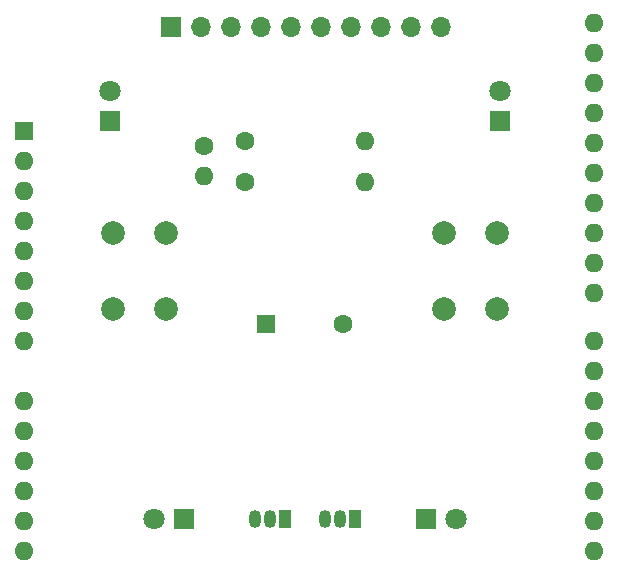
<source format=gbr>
%TF.GenerationSoftware,KiCad,Pcbnew,(6.0.10)*%
%TF.CreationDate,2023-08-29T00:03:06+02:00*%
%TF.ProjectId,Rentree ARES,52656e74-7265-4652-9041-5245532e6b69,rev?*%
%TF.SameCoordinates,Original*%
%TF.FileFunction,Soldermask,Bot*%
%TF.FilePolarity,Negative*%
%FSLAX46Y46*%
G04 Gerber Fmt 4.6, Leading zero omitted, Abs format (unit mm)*
G04 Created by KiCad (PCBNEW (6.0.10)) date 2023-08-29 00:03:06*
%MOMM*%
%LPD*%
G01*
G04 APERTURE LIST*
%ADD10C,1.600000*%
%ADD11O,1.600000X1.600000*%
%ADD12R,1.600000X1.600000*%
%ADD13C,1.800000*%
%ADD14R,1.800000X1.800000*%
%ADD15R,1.700000X1.700000*%
%ADD16O,1.700000X1.700000*%
%ADD17C,2.000000*%
%ADD18O,1.050000X1.500000*%
%ADD19R,1.050000X1.500000*%
G04 APERTURE END LIST*
D10*
%TO.C,R2*%
X119920000Y-99440000D03*
D11*
X130080000Y-99440000D03*
%TD*%
%TO.C,A1*%
X149500000Y-86000000D03*
X149500000Y-88540000D03*
X149500000Y-91080000D03*
X149500000Y-93620000D03*
X149500000Y-96160000D03*
X149500000Y-98700000D03*
X149500000Y-101240000D03*
X149500000Y-103780000D03*
X149500000Y-106320000D03*
X149500000Y-108860000D03*
X149500000Y-112920000D03*
X149500000Y-115460000D03*
X149500000Y-118000000D03*
X149500000Y-120540000D03*
X149500000Y-123080000D03*
X149500000Y-125620000D03*
X149500000Y-128160000D03*
X149500000Y-130700000D03*
X101240000Y-130700000D03*
X101240000Y-128160000D03*
X101240000Y-125620000D03*
X101240000Y-123080000D03*
X101240000Y-120540000D03*
X101240000Y-118000000D03*
X101240000Y-112920000D03*
X101240000Y-110380000D03*
X101240000Y-107840000D03*
X101240000Y-105300000D03*
X101240000Y-102760000D03*
X101240000Y-100220000D03*
X101240000Y-97680000D03*
D12*
X101240000Y-95140000D03*
%TD*%
D13*
%TO.C,D1*%
X112210000Y-128000000D03*
D14*
X114750000Y-128000000D03*
%TD*%
D13*
%TO.C,D2*%
X137790000Y-128000000D03*
D14*
X135250000Y-128000000D03*
%TD*%
%TO.C,D3*%
X108500000Y-94275000D03*
D13*
X108500000Y-91735000D03*
%TD*%
D14*
%TO.C,D4*%
X141500000Y-94275000D03*
D13*
X141500000Y-91735000D03*
%TD*%
D15*
%TO.C,J1*%
X113655000Y-86375000D03*
D16*
X116195000Y-86375000D03*
X118735000Y-86375000D03*
X121275000Y-86375000D03*
X123815000Y-86375000D03*
X126355000Y-86375000D03*
X128895000Y-86375000D03*
X131435000Y-86375000D03*
X133975000Y-86375000D03*
X136515000Y-86375000D03*
%TD*%
D12*
%TO.C,LS1*%
X121750000Y-111500000D03*
D10*
X128250000Y-111500000D03*
%TD*%
D11*
%TO.C,R1*%
X116500000Y-98975000D03*
D10*
X116500000Y-96435000D03*
%TD*%
D11*
%TO.C,R3*%
X130080000Y-95980000D03*
D10*
X119920000Y-95980000D03*
%TD*%
D17*
%TO.C,SW1*%
X113250000Y-103750000D03*
X113250000Y-110250000D03*
X108750000Y-103750000D03*
X108750000Y-110250000D03*
%TD*%
%TO.C,SW2*%
X141250000Y-103750000D03*
X141250000Y-110250000D03*
X136750000Y-103750000D03*
X136750000Y-110250000D03*
%TD*%
D18*
%TO.C,Q1*%
X120750000Y-128000000D03*
X122020000Y-128000000D03*
D19*
X123290000Y-128000000D03*
%TD*%
D18*
%TO.C,Q2*%
X126730000Y-128000000D03*
X128000000Y-128000000D03*
D19*
X129270000Y-128000000D03*
%TD*%
M02*

</source>
